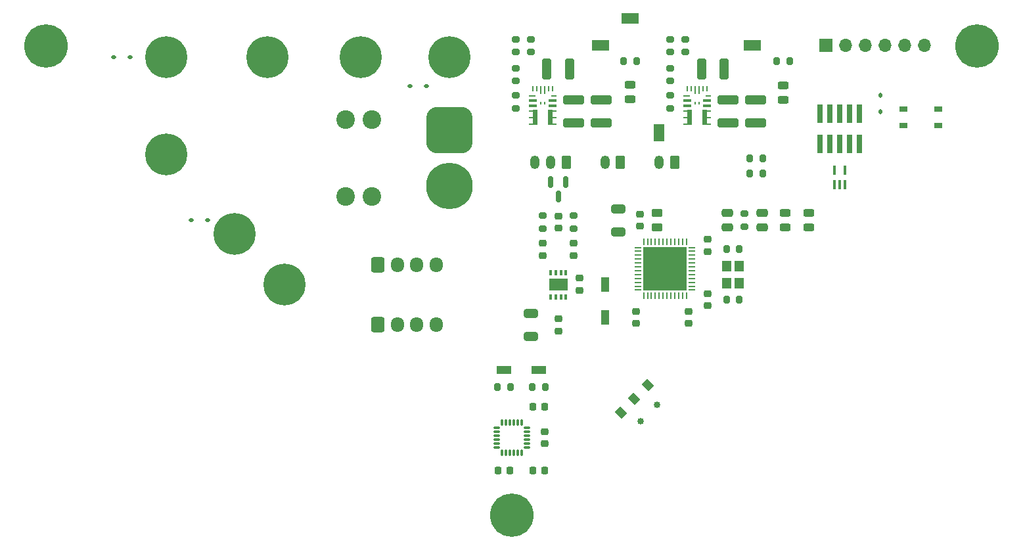
<source format=gbr>
G04 #@! TF.GenerationSoftware,KiCad,Pcbnew,8.0.1-rc2-202403101705~c0fd138706~ubuntu22.04.1*
G04 #@! TF.CreationDate,2024-03-11T22:08:16-04:00*
G04 #@! TF.ProjectId,Balance_Controller,42616c61-6e63-4655-9f43-6f6e74726f6c,rev?*
G04 #@! TF.SameCoordinates,Original*
G04 #@! TF.FileFunction,Soldermask,Top*
G04 #@! TF.FilePolarity,Negative*
%FSLAX46Y46*%
G04 Gerber Fmt 4.6, Leading zero omitted, Abs format (unit mm)*
G04 Created by KiCad (PCBNEW 8.0.1-rc2-202403101705~c0fd138706~ubuntu22.04.1) date 2024-03-11 22:08:16*
%MOMM*%
%LPD*%
G01*
G04 APERTURE LIST*
G04 Aperture macros list*
%AMRoundRect*
0 Rectangle with rounded corners*
0 $1 Rounding radius*
0 $2 $3 $4 $5 $6 $7 $8 $9 X,Y pos of 4 corners*
0 Add a 4 corners polygon primitive as box body*
4,1,4,$2,$3,$4,$5,$6,$7,$8,$9,$2,$3,0*
0 Add four circle primitives for the rounded corners*
1,1,$1+$1,$2,$3*
1,1,$1+$1,$4,$5*
1,1,$1+$1,$6,$7*
1,1,$1+$1,$8,$9*
0 Add four rect primitives between the rounded corners*
20,1,$1+$1,$2,$3,$4,$5,0*
20,1,$1+$1,$4,$5,$6,$7,0*
20,1,$1+$1,$6,$7,$8,$9,0*
20,1,$1+$1,$8,$9,$2,$3,0*%
%AMRotRect*
0 Rectangle, with rotation*
0 The origin of the aperture is its center*
0 $1 length*
0 $2 width*
0 $3 Rotation angle, in degrees counterclockwise*
0 Add horizontal line*
21,1,$1,$2,0,0,$3*%
G04 Aperture macros list end*
%ADD10C,0.000000*%
%ADD11RoundRect,0.200000X-0.275000X0.200000X-0.275000X-0.200000X0.275000X-0.200000X0.275000X0.200000X0*%
%ADD12RoundRect,0.250000X0.475000X-0.250000X0.475000X0.250000X-0.475000X0.250000X-0.475000X-0.250000X0*%
%ADD13RoundRect,0.225000X-0.225000X-0.250000X0.225000X-0.250000X0.225000X0.250000X-0.225000X0.250000X0*%
%ADD14RoundRect,0.250000X0.450000X-0.262500X0.450000X0.262500X-0.450000X0.262500X-0.450000X-0.262500X0*%
%ADD15RoundRect,0.250000X1.100000X-0.325000X1.100000X0.325000X-1.100000X0.325000X-1.100000X-0.325000X0*%
%ADD16RoundRect,0.250000X-0.600000X-0.725000X0.600000X-0.725000X0.600000X0.725000X-0.600000X0.725000X0*%
%ADD17O,1.700000X1.950000*%
%ADD18RoundRect,0.243750X-0.456250X0.243750X-0.456250X-0.243750X0.456250X-0.243750X0.456250X0.243750X0*%
%ADD19R,0.812800X0.254000*%
%ADD20R,1.092200X0.304800*%
%ADD21R,0.508000X0.254000*%
%ADD22R,0.711200X0.254000*%
%ADD23R,0.254000X0.711200*%
%ADD24R,0.274800X1.062200*%
%ADD25R,0.254000X0.406400*%
%ADD26C,5.400000*%
%ADD27R,2.300000X1.400000*%
%ADD28C,0.850000*%
%ADD29RotRect,1.000000X1.200000X45.000000*%
%ADD30C,5.600000*%
%ADD31R,0.350000X0.650000*%
%ADD32R,2.400000X1.550000*%
%ADD33C,2.400000*%
%ADD34RoundRect,0.225000X-0.250000X0.225000X-0.250000X-0.225000X0.250000X-0.225000X0.250000X0.225000X0*%
%ADD35RoundRect,0.250000X-0.325000X-1.100000X0.325000X-1.100000X0.325000X1.100000X-0.325000X1.100000X0*%
%ADD36RoundRect,0.200000X0.200000X0.275000X-0.200000X0.275000X-0.200000X-0.275000X0.200000X-0.275000X0*%
%ADD37RoundRect,0.112500X-0.112500X0.187500X-0.112500X-0.187500X0.112500X-0.187500X0.112500X0.187500X0*%
%ADD38RoundRect,0.200000X0.275000X-0.200000X0.275000X0.200000X-0.275000X0.200000X-0.275000X-0.200000X0*%
%ADD39R,1.400000X2.300000*%
%ADD40RoundRect,0.250000X-0.475000X0.250000X-0.475000X-0.250000X0.475000X-0.250000X0.475000X0.250000X0*%
%ADD41R,1.950000X1.100000*%
%ADD42RoundRect,0.112500X-0.187500X-0.112500X0.187500X-0.112500X0.187500X0.112500X-0.187500X0.112500X0*%
%ADD43RoundRect,0.070000X-0.345000X-0.070000X0.345000X-0.070000X0.345000X0.070000X-0.345000X0.070000X0*%
%ADD44RoundRect,0.070000X0.070000X-0.345000X0.070000X0.345000X-0.070000X0.345000X-0.070000X-0.345000X0*%
%ADD45R,0.400000X1.200000*%
%ADD46RoundRect,0.225000X0.250000X-0.225000X0.250000X0.225000X-0.250000X0.225000X-0.250000X-0.225000X0*%
%ADD47R,1.100000X1.950000*%
%ADD48RoundRect,0.243750X0.456250X-0.243750X0.456250X0.243750X-0.456250X0.243750X-0.456250X-0.243750X0*%
%ADD49RoundRect,1.500000X-1.500000X1.500000X-1.500000X-1.500000X1.500000X-1.500000X1.500000X1.500000X0*%
%ADD50C,6.000000*%
%ADD51R,1.200000X1.400000*%
%ADD52RoundRect,0.200000X-0.200000X-0.275000X0.200000X-0.275000X0.200000X0.275000X-0.200000X0.275000X0*%
%ADD53RoundRect,0.062500X0.375000X0.062500X-0.375000X0.062500X-0.375000X-0.062500X0.375000X-0.062500X0*%
%ADD54RoundRect,0.062500X0.062500X0.375000X-0.062500X0.375000X-0.062500X-0.375000X0.062500X-0.375000X0*%
%ADD55R,5.600000X5.600000*%
%ADD56R,0.740000X2.400000*%
%ADD57R,1.700000X1.700000*%
%ADD58O,1.700000X1.700000*%
%ADD59RoundRect,0.250000X-0.650000X0.325000X-0.650000X-0.325000X0.650000X-0.325000X0.650000X0.325000X0*%
%ADD60RoundRect,0.250000X0.650000X-0.325000X0.650000X0.325000X-0.650000X0.325000X-0.650000X-0.325000X0*%
%ADD61R,1.000000X0.700000*%
%ADD62RoundRect,0.150000X-0.150000X0.587500X-0.150000X-0.587500X0.150000X-0.587500X0.150000X0.587500X0*%
%ADD63RoundRect,0.250000X0.350000X0.625000X-0.350000X0.625000X-0.350000X-0.625000X0.350000X-0.625000X0*%
%ADD64O,1.200000X1.750000*%
G04 APERTURE END LIST*
D10*
G36*
X102792000Y-36727000D02*
G01*
X102208000Y-36727000D01*
X102208000Y-34773000D01*
X102792000Y-34773000D01*
X102792000Y-36727000D01*
G37*
G36*
X104792000Y-36727000D02*
G01*
X104208000Y-36727000D01*
X104208000Y-34773000D01*
X104792000Y-34773000D01*
X104792000Y-36727000D01*
G37*
G36*
X122692000Y-36727000D02*
G01*
X122108000Y-36727000D01*
X122108000Y-34773000D01*
X122692000Y-34773000D01*
X122692000Y-36727000D01*
G37*
G36*
X124692000Y-36727000D02*
G01*
X124108000Y-36727000D01*
X124108000Y-34773000D01*
X124692000Y-34773000D01*
X124692000Y-36727000D01*
G37*
D11*
X100000000Y-29425000D03*
X100000000Y-31075000D03*
D12*
X127250000Y-49950000D03*
X127250000Y-48050000D03*
D13*
X102225000Y-81250000D03*
X103775000Y-81250000D03*
D14*
X118250000Y-49912500D03*
X118250000Y-48087500D03*
D15*
X111000000Y-36475000D03*
X111000000Y-33525000D03*
D16*
X82250000Y-54750000D03*
D17*
X84750000Y-54750000D03*
X87250000Y-54750000D03*
X89750000Y-54750000D03*
D18*
X134500000Y-31625000D03*
X134500000Y-33500000D03*
D19*
X102106000Y-32950000D03*
D20*
X102246000Y-33599999D03*
X102246000Y-34250000D03*
D21*
X101954000Y-34900000D03*
X101954000Y-35750001D03*
X101954000Y-36600000D03*
X105046000Y-36600000D03*
X105046000Y-35750001D03*
X105046000Y-34900000D03*
D20*
X104754000Y-34250000D03*
X104754000Y-33599999D03*
D22*
X104944000Y-32950000D03*
D23*
X104750000Y-32056000D03*
X104250001Y-32056000D03*
D24*
X103750000Y-32246000D03*
X103250000Y-32246000D03*
D23*
X102749999Y-32056000D03*
X102250000Y-32056000D03*
D25*
X103250000Y-33925000D03*
X103750000Y-33925000D03*
D26*
X55000000Y-28000000D03*
X91500000Y-28000000D03*
D27*
X130540000Y-26500000D03*
D28*
X116074695Y-74896016D03*
X118196016Y-72774695D03*
D29*
X113529111Y-73764645D03*
X115296878Y-71996878D03*
X117064645Y-70229111D03*
D15*
X127400000Y-36475000D03*
X127400000Y-33525000D03*
D30*
X159500000Y-26542136D03*
D31*
X104525000Y-58850000D03*
X105175000Y-58850000D03*
X105825000Y-58850000D03*
X106475000Y-58850000D03*
X106475000Y-55750000D03*
X105825000Y-55750000D03*
X105175000Y-55750000D03*
X104525000Y-55750000D03*
D32*
X105500000Y-57300000D03*
D33*
X81500000Y-45920000D03*
X78100000Y-45920000D03*
X81500000Y-36000000D03*
X78100000Y-36000000D03*
D11*
X119900000Y-29425000D03*
X119900000Y-31075000D03*
D34*
X105500000Y-48475000D03*
X105500000Y-50025000D03*
X107500000Y-51975000D03*
X107500000Y-53525000D03*
D11*
X102000000Y-25675000D03*
X102000000Y-27325000D03*
D35*
X104025000Y-29500000D03*
X106975000Y-29500000D03*
D36*
X115575000Y-28500000D03*
X113925000Y-28500000D03*
D37*
X147000000Y-32900000D03*
X147000000Y-35000000D03*
D26*
X70250000Y-57250000D03*
D36*
X135325000Y-28500000D03*
X133675000Y-28500000D03*
D38*
X119900000Y-27325000D03*
X119900000Y-25675000D03*
D13*
X97725000Y-81250000D03*
X99275000Y-81250000D03*
D39*
X118500000Y-37750000D03*
D11*
X103500000Y-48425000D03*
X103500000Y-50075000D03*
D40*
X131750000Y-48050000D03*
X131750000Y-49950000D03*
D30*
X99500000Y-87000000D03*
D19*
X122006000Y-32950000D03*
D20*
X122146000Y-33599999D03*
X122146000Y-34250000D03*
D21*
X121854000Y-34900000D03*
X121854000Y-35750001D03*
X121854000Y-36600000D03*
X124946000Y-36600000D03*
X124946000Y-35750001D03*
X124946000Y-34900000D03*
D20*
X124654000Y-34250000D03*
X124654000Y-33599999D03*
D22*
X124844000Y-32950000D03*
D23*
X124650000Y-32056000D03*
X124150001Y-32056000D03*
D24*
X123650000Y-32246000D03*
X123150000Y-32246000D03*
D23*
X122649999Y-32056000D03*
X122150000Y-32056000D03*
D25*
X123150000Y-33925000D03*
X123650000Y-33925000D03*
D41*
X103000000Y-68250000D03*
D42*
X86400000Y-31750000D03*
X88500000Y-31750000D03*
D11*
X100000000Y-32925000D03*
X100000000Y-34575000D03*
D43*
X97550000Y-75750000D03*
X97550000Y-76250000D03*
X97550000Y-76750000D03*
X97550000Y-77250000D03*
X97550000Y-77750000D03*
X97550000Y-78250000D03*
D44*
X98250000Y-78950000D03*
X98750000Y-78950000D03*
X99250000Y-78950000D03*
X99750000Y-78950000D03*
X100250000Y-78950000D03*
X100750000Y-78950000D03*
D43*
X101450000Y-78250000D03*
X101450000Y-77750000D03*
X101450000Y-77250000D03*
X101450000Y-76750000D03*
X101450000Y-76250000D03*
X101450000Y-75750000D03*
D44*
X100750000Y-75050000D03*
X100250000Y-75050000D03*
X99750000Y-75050000D03*
X99250000Y-75050000D03*
X98750000Y-75050000D03*
X98250000Y-75050000D03*
D45*
X141100000Y-44450000D03*
X141750000Y-44450000D03*
X142400000Y-44450000D03*
X142400000Y-42550000D03*
X141100000Y-42550000D03*
D46*
X105500000Y-63275000D03*
X105500000Y-61725000D03*
D38*
X100000000Y-27325000D03*
X100000000Y-25675000D03*
D47*
X111500000Y-61500000D03*
D48*
X137750000Y-49937500D03*
X137750000Y-48062500D03*
D47*
X111500000Y-57250000D03*
D26*
X68000000Y-28000000D03*
D49*
X91500000Y-37420000D03*
D50*
X91500000Y-44620000D03*
D46*
X108250000Y-58025000D03*
X108250000Y-56475000D03*
D34*
X103500000Y-51975000D03*
X103500000Y-53525000D03*
D26*
X63750000Y-50750000D03*
D13*
X102200000Y-73000000D03*
X103750000Y-73000000D03*
D51*
X128800000Y-57100000D03*
X128800000Y-54900000D03*
X127200000Y-54900000D03*
X127200000Y-57100000D03*
D52*
X130175000Y-41000000D03*
X131825000Y-41000000D03*
D11*
X121900000Y-25675000D03*
X121900000Y-27325000D03*
D36*
X128825000Y-59250000D03*
X127175000Y-59250000D03*
D46*
X124750000Y-53025000D03*
X124750000Y-51475000D03*
D53*
X122687500Y-58000000D03*
X122687500Y-57500000D03*
X122687500Y-57000000D03*
X122687500Y-56500000D03*
X122687500Y-56000000D03*
X122687500Y-55500000D03*
X122687500Y-55000000D03*
X122687500Y-54500000D03*
X122687500Y-54000000D03*
X122687500Y-53500000D03*
X122687500Y-53000000D03*
X122687500Y-52500000D03*
D54*
X122000000Y-51812500D03*
X121500000Y-51812500D03*
X121000000Y-51812500D03*
X120500000Y-51812500D03*
X120000000Y-51812500D03*
X119500000Y-51812500D03*
X119000000Y-51812500D03*
X118500000Y-51812500D03*
X118000000Y-51812500D03*
X117500000Y-51812500D03*
X117000000Y-51812500D03*
X116500000Y-51812500D03*
D53*
X115812500Y-52500000D03*
X115812500Y-53000000D03*
X115812500Y-53500000D03*
X115812500Y-54000000D03*
X115812500Y-54500000D03*
X115812500Y-55000000D03*
X115812500Y-55500000D03*
X115812500Y-56000000D03*
X115812500Y-56500000D03*
X115812500Y-57000000D03*
X115812500Y-57500000D03*
X115812500Y-58000000D03*
D54*
X116500000Y-58687500D03*
X117000000Y-58687500D03*
X117500000Y-58687500D03*
X118000000Y-58687500D03*
X118500000Y-58687500D03*
X119000000Y-58687500D03*
X119500000Y-58687500D03*
X120000000Y-58687500D03*
X120500000Y-58687500D03*
X121000000Y-58687500D03*
X121500000Y-58687500D03*
X122000000Y-58687500D03*
D55*
X119250000Y-55250000D03*
D36*
X99325000Y-70500000D03*
X97675000Y-70500000D03*
D38*
X129500000Y-49825000D03*
X129500000Y-48175000D03*
D56*
X144290000Y-35300000D03*
X144290000Y-39200000D03*
X143020000Y-35300000D03*
X143020000Y-39200000D03*
X141750000Y-35300000D03*
X141750000Y-39200000D03*
X140480000Y-35300000D03*
X140480000Y-39200000D03*
X139210000Y-35300000D03*
X139210000Y-39200000D03*
D18*
X114750000Y-31562500D03*
X114750000Y-33437500D03*
D41*
X98500000Y-68250000D03*
D15*
X107500000Y-36475000D03*
X107500000Y-33525000D03*
D52*
X130175000Y-43000000D03*
X131825000Y-43000000D03*
D57*
X140000000Y-26500000D03*
D58*
X142540000Y-26500000D03*
X145080000Y-26500000D03*
X147620000Y-26500000D03*
X150160000Y-26500000D03*
X152700000Y-26500000D03*
D35*
X123950000Y-29500000D03*
X126900000Y-29500000D03*
D38*
X107500000Y-50075000D03*
X107500000Y-48425000D03*
D52*
X127175000Y-52750000D03*
X128825000Y-52750000D03*
D59*
X102000000Y-61025000D03*
X102000000Y-63975000D03*
D52*
X102175000Y-70500000D03*
X103825000Y-70500000D03*
D48*
X134750000Y-49937500D03*
X134750000Y-48062500D03*
D26*
X55000000Y-40500000D03*
D34*
X115500000Y-60725000D03*
X115500000Y-62275000D03*
D46*
X116000000Y-49775000D03*
X116000000Y-48225000D03*
D42*
X58200000Y-49000000D03*
X60300000Y-49000000D03*
D27*
X114750000Y-23000000D03*
D42*
X48200000Y-28000000D03*
X50300000Y-28000000D03*
D15*
X130900000Y-36475000D03*
X130900000Y-33525000D03*
D60*
X113250000Y-50475000D03*
X113250000Y-47525000D03*
D11*
X119900000Y-32900000D03*
X119900000Y-34550000D03*
D61*
X150000000Y-34675000D03*
X154500000Y-34675000D03*
X150000000Y-36825000D03*
X154500000Y-36825000D03*
D27*
X110960000Y-26500000D03*
D46*
X103750000Y-77775000D03*
X103750000Y-76225000D03*
D34*
X124750000Y-58475000D03*
X124750000Y-60025000D03*
D62*
X106450000Y-44062500D03*
X104550000Y-44062500D03*
X105500000Y-45937500D03*
D30*
X39500000Y-26542136D03*
D34*
X122250000Y-60725000D03*
X122250000Y-62275000D03*
D26*
X80000000Y-28000000D03*
D16*
X82250000Y-62420000D03*
D17*
X84750000Y-62420000D03*
X87250000Y-62420000D03*
X89750000Y-62420000D03*
D63*
X120500000Y-41500000D03*
D64*
X118500000Y-41500000D03*
D63*
X113500000Y-41500000D03*
D64*
X111500000Y-41500000D03*
D63*
X106500000Y-41500000D03*
D64*
X104500000Y-41500000D03*
X102500000Y-41500000D03*
M02*

</source>
